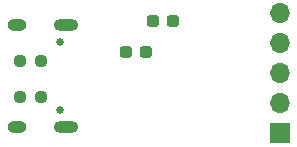
<source format=gbr>
%TF.GenerationSoftware,KiCad,Pcbnew,8.0.8*%
%TF.CreationDate,2025-06-15T19:23:18+08:00*%
%TF.ProjectId,USB_C_Connector,5553425f-435f-4436-9f6e-6e6563746f72,rev?*%
%TF.SameCoordinates,Original*%
%TF.FileFunction,Soldermask,Bot*%
%TF.FilePolarity,Negative*%
%FSLAX46Y46*%
G04 Gerber Fmt 4.6, Leading zero omitted, Abs format (unit mm)*
G04 Created by KiCad (PCBNEW 8.0.8) date 2025-06-15 19:23:18*
%MOMM*%
%LPD*%
G01*
G04 APERTURE LIST*
G04 Aperture macros list*
%AMRoundRect*
0 Rectangle with rounded corners*
0 $1 Rounding radius*
0 $2 $3 $4 $5 $6 $7 $8 $9 X,Y pos of 4 corners*
0 Add a 4 corners polygon primitive as box body*
4,1,4,$2,$3,$4,$5,$6,$7,$8,$9,$2,$3,0*
0 Add four circle primitives for the rounded corners*
1,1,$1+$1,$2,$3*
1,1,$1+$1,$4,$5*
1,1,$1+$1,$6,$7*
1,1,$1+$1,$8,$9*
0 Add four rect primitives between the rounded corners*
20,1,$1+$1,$2,$3,$4,$5,0*
20,1,$1+$1,$4,$5,$6,$7,0*
20,1,$1+$1,$6,$7,$8,$9,0*
20,1,$1+$1,$8,$9,$2,$3,0*%
G04 Aperture macros list end*
%ADD10R,1.700000X1.700000*%
%ADD11O,1.700000X1.700000*%
%ADD12C,0.650000*%
%ADD13O,2.100000X1.000000*%
%ADD14O,1.600000X1.000000*%
%ADD15RoundRect,0.237500X0.250000X0.237500X-0.250000X0.237500X-0.250000X-0.237500X0.250000X-0.237500X0*%
%ADD16RoundRect,0.237500X0.287500X0.237500X-0.287500X0.237500X-0.287500X-0.237500X0.287500X-0.237500X0*%
G04 APERTURE END LIST*
D10*
%TO.C,J2*%
X58801000Y-56007000D03*
D11*
X58801000Y-53467000D03*
X58801000Y-50927000D03*
X58801000Y-48387000D03*
X58801000Y-45847000D03*
%TD*%
D12*
%TO.C,J1*%
X40115800Y-48265600D03*
X40115800Y-54045600D03*
D13*
X40645800Y-46835600D03*
D14*
X36465800Y-46835600D03*
D13*
X40645800Y-55475600D03*
D14*
X36465800Y-55475600D03*
%TD*%
D15*
%TO.C,R2*%
X38555300Y-52908200D03*
X36730300Y-52908200D03*
%TD*%
D16*
%TO.C,F1*%
X47458600Y-49123600D03*
X45708600Y-49123600D03*
%TD*%
%TO.C,F2*%
X49744600Y-46507400D03*
X47994600Y-46507400D03*
%TD*%
D15*
%TO.C,R1*%
X38557200Y-49911000D03*
X36732200Y-49911000D03*
%TD*%
M02*

</source>
